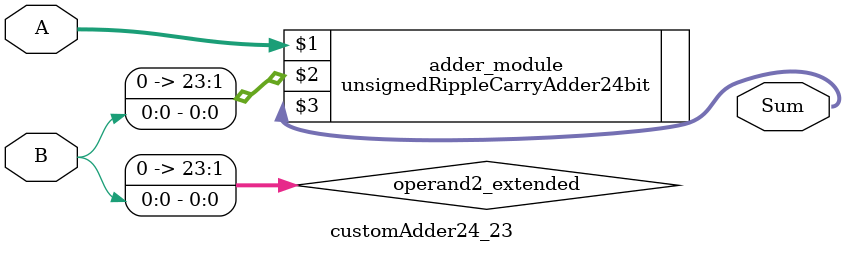
<source format=v>

module customAdder24_23(
                    input [23 : 0] A,
                    input [0 : 0] B,
                    
                    output [24 : 0] Sum
            );

    wire [23 : 0] operand2_extended;
    
    assign operand2_extended =  {23'b0, B};
    
    unsignedRippleCarryAdder24bit adder_module(
        A,
        operand2_extended,
        Sum
    );
    
endmodule
        
</source>
